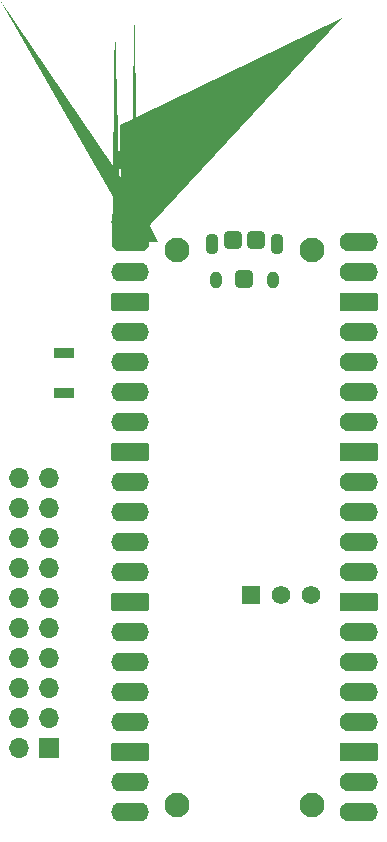
<source format=gbr>
%TF.GenerationSoftware,KiCad,Pcbnew,7.0.2*%
%TF.CreationDate,2023-04-28T15:55:32+02:00*%
%TF.ProjectId,picow_adapter,7069636f-775f-4616-9461-707465722e6b,rev?*%
%TF.SameCoordinates,Original*%
%TF.FileFunction,Soldermask,Top*%
%TF.FilePolarity,Negative*%
%FSLAX46Y46*%
G04 Gerber Fmt 4.6, Leading zero omitted, Abs format (unit mm)*
G04 Created by KiCad (PCBNEW 7.0.2) date 2023-04-28 15:55:32*
%MOMM*%
%LPD*%
G01*
G04 APERTURE LIST*
G04 Aperture macros list*
%AMRoundRect*
0 Rectangle with rounded corners*
0 $1 Rounding radius*
0 $2 $3 $4 $5 $6 $7 $8 $9 X,Y pos of 4 corners*
0 Add a 4 corners polygon primitive as box body*
4,1,4,$2,$3,$4,$5,$6,$7,$8,$9,$2,$3,0*
0 Add four circle primitives for the rounded corners*
1,1,$1+$1,$2,$3*
1,1,$1+$1,$4,$5*
1,1,$1+$1,$6,$7*
1,1,$1+$1,$8,$9*
0 Add four rect primitives between the rounded corners*
20,1,$1+$1,$2,$3,$4,$5,0*
20,1,$1+$1,$4,$5,$6,$7,0*
20,1,$1+$1,$6,$7,$8,$9,0*
20,1,$1+$1,$8,$9,$2,$3,0*%
%AMFreePoly0*
4,1,58,1.881242,0.792533,1.914585,0.788777,1.924216,0.782725,1.935306,0.780194,1.961541,0.759271,1.989950,0.741421,2.341421,0.389950,2.359271,0.361541,2.380194,0.335306,2.382725,0.324216,2.388777,0.314585,2.392533,0.281242,2.400000,0.248529,2.400000,-0.248529,2.392533,-0.281242,2.388777,-0.314585,2.382725,-0.324216,2.380194,-0.335306,2.359271,-0.361541,2.341421,-0.389950,
1.989950,-0.741421,1.961541,-0.759271,1.935306,-0.780194,1.924216,-0.782725,1.914585,-0.788777,1.881242,-0.792533,1.848529,-0.800000,0.000000,-0.800000,-0.248529,-0.800000,-0.281242,-0.792533,-0.314585,-0.788777,-0.324216,-0.782725,-0.335306,-0.780194,-0.361541,-0.759271,-0.389950,-0.741421,-0.741421,-0.389950,-0.759271,-0.361541,-0.780194,-0.335306,-0.782725,-0.324216,-0.788777,-0.314585,
-0.792533,-0.281242,-0.800000,-0.248529,-0.800000,0.248529,-0.792533,0.281242,-0.788777,0.314585,-0.782725,0.324216,-0.780194,0.335306,-0.759271,0.361541,-0.741421,0.389950,-0.389950,0.741421,-0.361541,0.759271,-0.335306,0.780194,-0.324216,0.782725,-0.314585,0.788777,-0.281242,0.792533,-0.248529,0.800000,1.848529,0.800000,1.881242,0.792533,1.881242,0.792533,$1*%
%AMFreePoly1*
4,1,58,0.281242,0.792533,0.314585,0.788777,0.324216,0.782725,0.335306,0.780194,0.361541,0.759271,0.389950,0.741421,0.741421,0.389950,0.759271,0.361541,0.780194,0.335306,0.782725,0.324216,0.788777,0.314585,0.792533,0.281242,0.800000,0.248529,0.800000,-0.248529,0.792533,-0.281242,0.788777,-0.314585,0.782725,-0.324216,0.780194,-0.335306,0.759271,-0.361541,0.741421,-0.389950,
0.389950,-0.741421,0.361541,-0.759271,0.335306,-0.780194,0.324216,-0.782725,0.314585,-0.788777,0.281242,-0.792533,0.248529,-0.800000,0.000000,-0.800000,-0.248529,-0.800000,-0.281242,-0.792533,-0.314585,-0.788777,-0.324216,-0.782725,-0.335306,-0.780194,-0.361541,-0.759271,-0.389950,-0.741421,-0.741421,-0.389950,-0.759271,-0.361541,-0.780194,-0.335306,-0.782725,-0.324216,-0.788777,-0.314585,
-0.792533,-0.281242,-0.800000,-0.248529,-0.800000,0.248529,-0.792533,0.281242,-0.788777,0.314585,-0.782725,0.324216,-0.780194,0.335306,-0.759271,0.361541,-0.741421,0.389950,-0.389950,0.741421,-0.361541,0.759271,-0.335306,0.780194,-0.324216,0.782725,-0.314585,0.788777,-0.281242,0.792533,-0.248529,0.800000,0.248529,0.800000,0.281242,0.792533,0.281242,0.792533,$1*%
G04 Aperture macros list end*
%ADD10C,2.100000*%
%ADD11O,1.100000X1.800000*%
%ADD12O,1.050000X1.450000*%
%ADD13FreePoly0,0.000000*%
%ADD14FreePoly1,0.000000*%
%ADD15O,3.200000X1.600000*%
%ADD16C,1.600000*%
%ADD17RoundRect,0.200000X-1.400000X-0.600000X1.400000X-0.600000X1.400000X0.600000X-1.400000X0.600000X0*%
%ADD18RoundRect,0.200000X-0.600000X-0.600000X0.600000X-0.600000X0.600000X0.600000X-0.600000X0.600000X0*%
%ADD19R,1.574800X1.574800*%
%ADD20C,1.574800*%
%ADD21RoundRect,0.300000X-0.450000X-0.450000X0.450000X-0.450000X0.450000X0.450000X-0.450000X0.450000X0*%
%ADD22R,1.700000X0.900000*%
%ADD23R,1.700000X1.700000*%
%ADD24O,1.700000X1.700000*%
G04 APERTURE END LIST*
D10*
%TO.C,A1*%
X62880000Y-42925000D03*
X62880000Y-89925000D03*
D11*
X65855000Y-42425000D03*
D12*
X66155000Y-45455000D03*
X71005000Y-45455000D03*
D11*
X71305000Y-42425000D03*
D10*
X74280000Y-42925000D03*
X74280000Y-89925000D03*
D13*
X58090000Y-42295000D03*
D14*
X59690000Y-42295000D03*
D15*
X58890000Y-44835000D03*
D16*
X59690000Y-44835000D03*
D17*
X58890000Y-47375000D03*
D18*
X59690000Y-47375000D03*
D15*
X58890000Y-49915000D03*
D16*
X59690000Y-49915000D03*
D15*
X58890000Y-52455000D03*
D16*
X59690000Y-52455000D03*
D15*
X58890000Y-54995000D03*
D16*
X59690000Y-54995000D03*
D15*
X58890000Y-57535000D03*
D16*
X59690000Y-57535000D03*
D17*
X58890000Y-60075000D03*
D18*
X59690000Y-60075000D03*
D15*
X58890000Y-62615000D03*
D16*
X59690000Y-62615000D03*
D15*
X58890000Y-65155000D03*
D16*
X59690000Y-65155000D03*
D15*
X58890000Y-67695000D03*
D16*
X59690000Y-67695000D03*
D15*
X58890000Y-70235000D03*
D16*
X59690000Y-70235000D03*
D17*
X58890000Y-72775000D03*
D18*
X59690000Y-72775000D03*
D15*
X58890000Y-75315000D03*
D16*
X59690000Y-75315000D03*
D15*
X58890000Y-77855000D03*
D16*
X59690000Y-77855000D03*
D15*
X58890000Y-80395000D03*
D16*
X59690000Y-80395000D03*
D15*
X58890000Y-82935000D03*
D16*
X59690000Y-82935000D03*
D17*
X58890000Y-85475000D03*
D18*
X59690000Y-85475000D03*
D15*
X58890000Y-88015000D03*
D16*
X59690000Y-88015000D03*
D15*
X58890000Y-90555000D03*
D16*
X59690000Y-90555000D03*
X77470000Y-90555000D03*
D15*
X78270000Y-90555000D03*
D16*
X77470000Y-88015000D03*
D15*
X78270000Y-88015000D03*
D18*
X77470000Y-85475000D03*
D17*
X78270000Y-85475000D03*
D16*
X77470000Y-82935000D03*
D15*
X78270000Y-82935000D03*
D16*
X77470000Y-80395000D03*
D15*
X78270000Y-80395000D03*
D16*
X77470000Y-77855000D03*
D15*
X78270000Y-77855000D03*
D16*
X77470000Y-75315000D03*
D15*
X78270000Y-75315000D03*
D18*
X77470000Y-72775000D03*
D17*
X78270000Y-72775000D03*
D16*
X77470000Y-70235000D03*
D15*
X78270000Y-70235000D03*
D16*
X77470000Y-67695000D03*
D15*
X78270000Y-67695000D03*
D16*
X77470000Y-65155000D03*
D15*
X78270000Y-65155000D03*
D16*
X77470000Y-62615000D03*
D15*
X78270000Y-62615000D03*
D18*
X77470000Y-60075000D03*
D17*
X78270000Y-60075000D03*
D16*
X77470000Y-57535000D03*
D15*
X78270000Y-57535000D03*
D16*
X77470000Y-54995000D03*
D15*
X78270000Y-54995000D03*
D16*
X77470000Y-52455000D03*
D15*
X78270000Y-52455000D03*
D16*
X77470000Y-49915000D03*
D15*
X78270000Y-49915000D03*
D18*
X77470000Y-47375000D03*
D17*
X78270000Y-47375000D03*
D16*
X77470000Y-44835000D03*
D15*
X78270000Y-44835000D03*
D16*
X77470000Y-42295000D03*
D15*
X78270000Y-42295000D03*
D19*
X69164200Y-72125000D03*
D20*
X71704200Y-72125000D03*
X74244200Y-72125000D03*
D21*
X68580000Y-45425000D03*
X69580000Y-42125000D03*
X67580000Y-42125000D03*
%TD*%
D22*
%TO.C,SW1*%
X53340000Y-55040000D03*
X53340000Y-51640000D03*
%TD*%
D23*
%TO.C,J1*%
X52050000Y-85060000D03*
D24*
X49510000Y-85060000D03*
X52050000Y-82520000D03*
X49510000Y-82520000D03*
X52050000Y-79980000D03*
X49510000Y-79980000D03*
X52050000Y-77440000D03*
X49510000Y-77440000D03*
X52050000Y-74900000D03*
X49510000Y-74900000D03*
X52050000Y-72360000D03*
X49510000Y-72360000D03*
X52050000Y-69820000D03*
X49510000Y-69820000D03*
X52050000Y-67280000D03*
X49510000Y-67280000D03*
X52050000Y-64740000D03*
X49510000Y-64740000D03*
X52050000Y-62200000D03*
X49510000Y-62200000D03*
%TD*%
M02*

</source>
